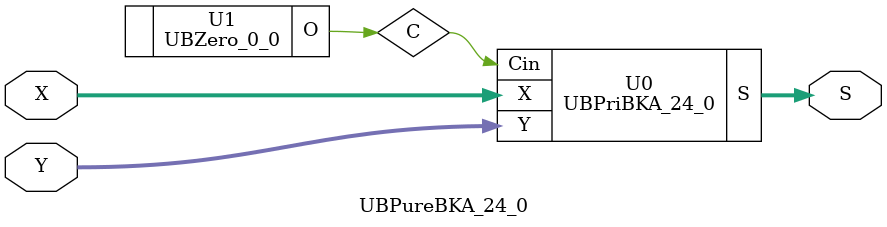
<source format=v>
/*----------------------------------------------------------------------------
  Copyright (c) 2021 Homma laboratory. All rights reserved.

  Top module: UBBKA_24_0_24_0

  Operand-1 length: 25
  Operand-2 length: 25
  Two-operand addition algorithm: Brent-Kung adder
----------------------------------------------------------------------------*/

module GPGenerator(Go, Po, A, B);
  output Go;
  output Po;
  input A;
  input B;
  assign Go = A & B;
  assign Po = A ^ B;
endmodule

module CarryOperator(Go, Po, Gi1, Pi1, Gi2, Pi2);
  output Go;
  output Po;
  input Gi1;
  input Gi2;
  input Pi1;
  input Pi2;
  assign Go = Gi1 | ( Gi2 & Pi1 );
  assign Po = Pi1 & Pi2;
endmodule

module UBPriBKA_24_0(S, X, Y, Cin);
  output [25:0] S;
  input Cin;
  input [24:0] X;
  input [24:0] Y;
  wire [24:0] G0;
  wire [24:0] G1;
  wire [24:0] G2;
  wire [24:0] G3;
  wire [24:0] G4;
  wire [24:0] G5;
  wire [24:0] G6;
  wire [24:0] G7;
  wire [24:0] G8;
  wire [24:0] P0;
  wire [24:0] P1;
  wire [24:0] P2;
  wire [24:0] P3;
  wire [24:0] P4;
  wire [24:0] P5;
  wire [24:0] P6;
  wire [24:0] P7;
  wire [24:0] P8;
  assign P1[0] = P0[0];
  assign G1[0] = G0[0];
  assign P1[2] = P0[2];
  assign G1[2] = G0[2];
  assign P1[4] = P0[4];
  assign G1[4] = G0[4];
  assign P1[6] = P0[6];
  assign G1[6] = G0[6];
  assign P1[8] = P0[8];
  assign G1[8] = G0[8];
  assign P1[10] = P0[10];
  assign G1[10] = G0[10];
  assign P1[12] = P0[12];
  assign G1[12] = G0[12];
  assign P1[14] = P0[14];
  assign G1[14] = G0[14];
  assign P1[16] = P0[16];
  assign G1[16] = G0[16];
  assign P1[18] = P0[18];
  assign G1[18] = G0[18];
  assign P1[20] = P0[20];
  assign G1[20] = G0[20];
  assign P1[22] = P0[22];
  assign G1[22] = G0[22];
  assign P1[24] = P0[24];
  assign G1[24] = G0[24];
  assign P2[0] = P1[0];
  assign G2[0] = G1[0];
  assign P2[1] = P1[1];
  assign G2[1] = G1[1];
  assign P2[2] = P1[2];
  assign G2[2] = G1[2];
  assign P2[4] = P1[4];
  assign G2[4] = G1[4];
  assign P2[5] = P1[5];
  assign G2[5] = G1[5];
  assign P2[6] = P1[6];
  assign G2[6] = G1[6];
  assign P2[8] = P1[8];
  assign G2[8] = G1[8];
  assign P2[9] = P1[9];
  assign G2[9] = G1[9];
  assign P2[10] = P1[10];
  assign G2[10] = G1[10];
  assign P2[12] = P1[12];
  assign G2[12] = G1[12];
  assign P2[13] = P1[13];
  assign G2[13] = G1[13];
  assign P2[14] = P1[14];
  assign G2[14] = G1[14];
  assign P2[16] = P1[16];
  assign G2[16] = G1[16];
  assign P2[17] = P1[17];
  assign G2[17] = G1[17];
  assign P2[18] = P1[18];
  assign G2[18] = G1[18];
  assign P2[20] = P1[20];
  assign G2[20] = G1[20];
  assign P2[21] = P1[21];
  assign G2[21] = G1[21];
  assign P2[22] = P1[22];
  assign G2[22] = G1[22];
  assign P2[24] = P1[24];
  assign G2[24] = G1[24];
  assign P3[0] = P2[0];
  assign G3[0] = G2[0];
  assign P3[1] = P2[1];
  assign G3[1] = G2[1];
  assign P3[2] = P2[2];
  assign G3[2] = G2[2];
  assign P3[3] = P2[3];
  assign G3[3] = G2[3];
  assign P3[4] = P2[4];
  assign G3[4] = G2[4];
  assign P3[5] = P2[5];
  assign G3[5] = G2[5];
  assign P3[6] = P2[6];
  assign G3[6] = G2[6];
  assign P3[8] = P2[8];
  assign G3[8] = G2[8];
  assign P3[9] = P2[9];
  assign G3[9] = G2[9];
  assign P3[10] = P2[10];
  assign G3[10] = G2[10];
  assign P3[11] = P2[11];
  assign G3[11] = G2[11];
  assign P3[12] = P2[12];
  assign G3[12] = G2[12];
  assign P3[13] = P2[13];
  assign G3[13] = G2[13];
  assign P3[14] = P2[14];
  assign G3[14] = G2[14];
  assign P3[16] = P2[16];
  assign G3[16] = G2[16];
  assign P3[17] = P2[17];
  assign G3[17] = G2[17];
  assign P3[18] = P2[18];
  assign G3[18] = G2[18];
  assign P3[19] = P2[19];
  assign G3[19] = G2[19];
  assign P3[20] = P2[20];
  assign G3[20] = G2[20];
  assign P3[21] = P2[21];
  assign G3[21] = G2[21];
  assign P3[22] = P2[22];
  assign G3[22] = G2[22];
  assign P3[24] = P2[24];
  assign G3[24] = G2[24];
  assign P4[0] = P3[0];
  assign G4[0] = G3[0];
  assign P4[1] = P3[1];
  assign G4[1] = G3[1];
  assign P4[2] = P3[2];
  assign G4[2] = G3[2];
  assign P4[3] = P3[3];
  assign G4[3] = G3[3];
  assign P4[4] = P3[4];
  assign G4[4] = G3[4];
  assign P4[5] = P3[5];
  assign G4[5] = G3[5];
  assign P4[6] = P3[6];
  assign G4[6] = G3[6];
  assign P4[7] = P3[7];
  assign G4[7] = G3[7];
  assign P4[8] = P3[8];
  assign G4[8] = G3[8];
  assign P4[9] = P3[9];
  assign G4[9] = G3[9];
  assign P4[10] = P3[10];
  assign G4[10] = G3[10];
  assign P4[11] = P3[11];
  assign G4[11] = G3[11];
  assign P4[12] = P3[12];
  assign G4[12] = G3[12];
  assign P4[13] = P3[13];
  assign G4[13] = G3[13];
  assign P4[14] = P3[14];
  assign G4[14] = G3[14];
  assign P4[16] = P3[16];
  assign G4[16] = G3[16];
  assign P4[17] = P3[17];
  assign G4[17] = G3[17];
  assign P4[18] = P3[18];
  assign G4[18] = G3[18];
  assign P4[19] = P3[19];
  assign G4[19] = G3[19];
  assign P4[20] = P3[20];
  assign G4[20] = G3[20];
  assign P4[21] = P3[21];
  assign G4[21] = G3[21];
  assign P4[22] = P3[22];
  assign G4[22] = G3[22];
  assign P4[23] = P3[23];
  assign G4[23] = G3[23];
  assign P4[24] = P3[24];
  assign G4[24] = G3[24];
  assign P5[0] = P4[0];
  assign G5[0] = G4[0];
  assign P5[1] = P4[1];
  assign G5[1] = G4[1];
  assign P5[2] = P4[2];
  assign G5[2] = G4[2];
  assign P5[3] = P4[3];
  assign G5[3] = G4[3];
  assign P5[4] = P4[4];
  assign G5[4] = G4[4];
  assign P5[5] = P4[5];
  assign G5[5] = G4[5];
  assign P5[6] = P4[6];
  assign G5[6] = G4[6];
  assign P5[7] = P4[7];
  assign G5[7] = G4[7];
  assign P5[8] = P4[8];
  assign G5[8] = G4[8];
  assign P5[9] = P4[9];
  assign G5[9] = G4[9];
  assign P5[10] = P4[10];
  assign G5[10] = G4[10];
  assign P5[11] = P4[11];
  assign G5[11] = G4[11];
  assign P5[12] = P4[12];
  assign G5[12] = G4[12];
  assign P5[13] = P4[13];
  assign G5[13] = G4[13];
  assign P5[14] = P4[14];
  assign G5[14] = G4[14];
  assign P5[15] = P4[15];
  assign G5[15] = G4[15];
  assign P5[16] = P4[16];
  assign G5[16] = G4[16];
  assign P5[17] = P4[17];
  assign G5[17] = G4[17];
  assign P5[18] = P4[18];
  assign G5[18] = G4[18];
  assign P5[19] = P4[19];
  assign G5[19] = G4[19];
  assign P5[20] = P4[20];
  assign G5[20] = G4[20];
  assign P5[21] = P4[21];
  assign G5[21] = G4[21];
  assign P5[22] = P4[22];
  assign G5[22] = G4[22];
  assign P5[24] = P4[24];
  assign G5[24] = G4[24];
  assign P6[0] = P5[0];
  assign G6[0] = G5[0];
  assign P6[1] = P5[1];
  assign G6[1] = G5[1];
  assign P6[2] = P5[2];
  assign G6[2] = G5[2];
  assign P6[3] = P5[3];
  assign G6[3] = G5[3];
  assign P6[4] = P5[4];
  assign G6[4] = G5[4];
  assign P6[5] = P5[5];
  assign G6[5] = G5[5];
  assign P6[6] = P5[6];
  assign G6[6] = G5[6];
  assign P6[7] = P5[7];
  assign G6[7] = G5[7];
  assign P6[8] = P5[8];
  assign G6[8] = G5[8];
  assign P6[9] = P5[9];
  assign G6[9] = G5[9];
  assign P6[10] = P5[10];
  assign G6[10] = G5[10];
  assign P6[12] = P5[12];
  assign G6[12] = G5[12];
  assign P6[13] = P5[13];
  assign G6[13] = G5[13];
  assign P6[14] = P5[14];
  assign G6[14] = G5[14];
  assign P6[15] = P5[15];
  assign G6[15] = G5[15];
  assign P6[16] = P5[16];
  assign G6[16] = G5[16];
  assign P6[17] = P5[17];
  assign G6[17] = G5[17];
  assign P6[18] = P5[18];
  assign G6[18] = G5[18];
  assign P6[20] = P5[20];
  assign G6[20] = G5[20];
  assign P6[21] = P5[21];
  assign G6[21] = G5[21];
  assign P6[22] = P5[22];
  assign G6[22] = G5[22];
  assign P6[23] = P5[23];
  assign G6[23] = G5[23];
  assign P6[24] = P5[24];
  assign G6[24] = G5[24];
  assign P7[0] = P6[0];
  assign G7[0] = G6[0];
  assign P7[1] = P6[1];
  assign G7[1] = G6[1];
  assign P7[2] = P6[2];
  assign G7[2] = G6[2];
  assign P7[3] = P6[3];
  assign G7[3] = G6[3];
  assign P7[4] = P6[4];
  assign G7[4] = G6[4];
  assign P7[6] = P6[6];
  assign G7[6] = G6[6];
  assign P7[7] = P6[7];
  assign G7[7] = G6[7];
  assign P7[8] = P6[8];
  assign G7[8] = G6[8];
  assign P7[10] = P6[10];
  assign G7[10] = G6[10];
  assign P7[11] = P6[11];
  assign G7[11] = G6[11];
  assign P7[12] = P6[12];
  assign G7[12] = G6[12];
  assign P7[14] = P6[14];
  assign G7[14] = G6[14];
  assign P7[15] = P6[15];
  assign G7[15] = G6[15];
  assign P7[16] = P6[16];
  assign G7[16] = G6[16];
  assign P7[18] = P6[18];
  assign G7[18] = G6[18];
  assign P7[19] = P6[19];
  assign G7[19] = G6[19];
  assign P7[20] = P6[20];
  assign G7[20] = G6[20];
  assign P7[22] = P6[22];
  assign G7[22] = G6[22];
  assign P7[23] = P6[23];
  assign G7[23] = G6[23];
  assign P7[24] = P6[24];
  assign G7[24] = G6[24];
  assign P8[0] = P7[0];
  assign G8[0] = G7[0];
  assign P8[1] = P7[1];
  assign G8[1] = G7[1];
  assign P8[3] = P7[3];
  assign G8[3] = G7[3];
  assign P8[5] = P7[5];
  assign G8[5] = G7[5];
  assign P8[7] = P7[7];
  assign G8[7] = G7[7];
  assign P8[9] = P7[9];
  assign G8[9] = G7[9];
  assign P8[11] = P7[11];
  assign G8[11] = G7[11];
  assign P8[13] = P7[13];
  assign G8[13] = G7[13];
  assign P8[15] = P7[15];
  assign G8[15] = G7[15];
  assign P8[17] = P7[17];
  assign G8[17] = G7[17];
  assign P8[19] = P7[19];
  assign G8[19] = G7[19];
  assign P8[21] = P7[21];
  assign G8[21] = G7[21];
  assign P8[23] = P7[23];
  assign G8[23] = G7[23];
  assign S[0] = Cin ^ P0[0];
  assign S[1] = ( G8[0] | ( P8[0] & Cin ) ) ^ P0[1];
  assign S[2] = ( G8[1] | ( P8[1] & Cin ) ) ^ P0[2];
  assign S[3] = ( G8[2] | ( P8[2] & Cin ) ) ^ P0[3];
  assign S[4] = ( G8[3] | ( P8[3] & Cin ) ) ^ P0[4];
  assign S[5] = ( G8[4] | ( P8[4] & Cin ) ) ^ P0[5];
  assign S[6] = ( G8[5] | ( P8[5] & Cin ) ) ^ P0[6];
  assign S[7] = ( G8[6] | ( P8[6] & Cin ) ) ^ P0[7];
  assign S[8] = ( G8[7] | ( P8[7] & Cin ) ) ^ P0[8];
  assign S[9] = ( G8[8] | ( P8[8] & Cin ) ) ^ P0[9];
  assign S[10] = ( G8[9] | ( P8[9] & Cin ) ) ^ P0[10];
  assign S[11] = ( G8[10] | ( P8[10] & Cin ) ) ^ P0[11];
  assign S[12] = ( G8[11] | ( P8[11] & Cin ) ) ^ P0[12];
  assign S[13] = ( G8[12] | ( P8[12] & Cin ) ) ^ P0[13];
  assign S[14] = ( G8[13] | ( P8[13] & Cin ) ) ^ P0[14];
  assign S[15] = ( G8[14] | ( P8[14] & Cin ) ) ^ P0[15];
  assign S[16] = ( G8[15] | ( P8[15] & Cin ) ) ^ P0[16];
  assign S[17] = ( G8[16] | ( P8[16] & Cin ) ) ^ P0[17];
  assign S[18] = ( G8[17] | ( P8[17] & Cin ) ) ^ P0[18];
  assign S[19] = ( G8[18] | ( P8[18] & Cin ) ) ^ P0[19];
  assign S[20] = ( G8[19] | ( P8[19] & Cin ) ) ^ P0[20];
  assign S[21] = ( G8[20] | ( P8[20] & Cin ) ) ^ P0[21];
  assign S[22] = ( G8[21] | ( P8[21] & Cin ) ) ^ P0[22];
  assign S[23] = ( G8[22] | ( P8[22] & Cin ) ) ^ P0[23];
  assign S[24] = ( G8[23] | ( P8[23] & Cin ) ) ^ P0[24];
  assign S[25] = G8[24] | ( P8[24] & Cin );
  GPGenerator U0 (G0[0], P0[0], X[0], Y[0]);
  GPGenerator U1 (G0[1], P0[1], X[1], Y[1]);
  GPGenerator U2 (G0[2], P0[2], X[2], Y[2]);
  GPGenerator U3 (G0[3], P0[3], X[3], Y[3]);
  GPGenerator U4 (G0[4], P0[4], X[4], Y[4]);
  GPGenerator U5 (G0[5], P0[5], X[5], Y[5]);
  GPGenerator U6 (G0[6], P0[6], X[6], Y[6]);
  GPGenerator U7 (G0[7], P0[7], X[7], Y[7]);
  GPGenerator U8 (G0[8], P0[8], X[8], Y[8]);
  GPGenerator U9 (G0[9], P0[9], X[9], Y[9]);
  GPGenerator U10 (G0[10], P0[10], X[10], Y[10]);
  GPGenerator U11 (G0[11], P0[11], X[11], Y[11]);
  GPGenerator U12 (G0[12], P0[12], X[12], Y[12]);
  GPGenerator U13 (G0[13], P0[13], X[13], Y[13]);
  GPGenerator U14 (G0[14], P0[14], X[14], Y[14]);
  GPGenerator U15 (G0[15], P0[15], X[15], Y[15]);
  GPGenerator U16 (G0[16], P0[16], X[16], Y[16]);
  GPGenerator U17 (G0[17], P0[17], X[17], Y[17]);
  GPGenerator U18 (G0[18], P0[18], X[18], Y[18]);
  GPGenerator U19 (G0[19], P0[19], X[19], Y[19]);
  GPGenerator U20 (G0[20], P0[20], X[20], Y[20]);
  GPGenerator U21 (G0[21], P0[21], X[21], Y[21]);
  GPGenerator U22 (G0[22], P0[22], X[22], Y[22]);
  GPGenerator U23 (G0[23], P0[23], X[23], Y[23]);
  GPGenerator U24 (G0[24], P0[24], X[24], Y[24]);
  CarryOperator U25 (G1[1], P1[1], G0[1], P0[1], G0[0], P0[0]);
  CarryOperator U26 (G1[3], P1[3], G0[3], P0[3], G0[2], P0[2]);
  CarryOperator U27 (G1[5], P1[5], G0[5], P0[5], G0[4], P0[4]);
  CarryOperator U28 (G1[7], P1[7], G0[7], P0[7], G0[6], P0[6]);
  CarryOperator U29 (G1[9], P1[9], G0[9], P0[9], G0[8], P0[8]);
  CarryOperator U30 (G1[11], P1[11], G0[11], P0[11], G0[10], P0[10]);
  CarryOperator U31 (G1[13], P1[13], G0[13], P0[13], G0[12], P0[12]);
  CarryOperator U32 (G1[15], P1[15], G0[15], P0[15], G0[14], P0[14]);
  CarryOperator U33 (G1[17], P1[17], G0[17], P0[17], G0[16], P0[16]);
  CarryOperator U34 (G1[19], P1[19], G0[19], P0[19], G0[18], P0[18]);
  CarryOperator U35 (G1[21], P1[21], G0[21], P0[21], G0[20], P0[20]);
  CarryOperator U36 (G1[23], P1[23], G0[23], P0[23], G0[22], P0[22]);
  CarryOperator U37 (G2[3], P2[3], G1[3], P1[3], G1[1], P1[1]);
  CarryOperator U38 (G2[7], P2[7], G1[7], P1[7], G1[5], P1[5]);
  CarryOperator U39 (G2[11], P2[11], G1[11], P1[11], G1[9], P1[9]);
  CarryOperator U40 (G2[15], P2[15], G1[15], P1[15], G1[13], P1[13]);
  CarryOperator U41 (G2[19], P2[19], G1[19], P1[19], G1[17], P1[17]);
  CarryOperator U42 (G2[23], P2[23], G1[23], P1[23], G1[21], P1[21]);
  CarryOperator U43 (G3[7], P3[7], G2[7], P2[7], G2[3], P2[3]);
  CarryOperator U44 (G3[15], P3[15], G2[15], P2[15], G2[11], P2[11]);
  CarryOperator U45 (G3[23], P3[23], G2[23], P2[23], G2[19], P2[19]);
  CarryOperator U46 (G4[15], P4[15], G3[15], P3[15], G3[7], P3[7]);
  CarryOperator U47 (G5[23], P5[23], G4[23], P4[23], G4[15], P4[15]);
  CarryOperator U48 (G6[11], P6[11], G5[11], P5[11], G5[7], P5[7]);
  CarryOperator U49 (G6[19], P6[19], G5[19], P5[19], G5[15], P5[15]);
  CarryOperator U50 (G7[5], P7[5], G6[5], P6[5], G6[3], P6[3]);
  CarryOperator U51 (G7[9], P7[9], G6[9], P6[9], G6[7], P6[7]);
  CarryOperator U52 (G7[13], P7[13], G6[13], P6[13], G6[11], P6[11]);
  CarryOperator U53 (G7[17], P7[17], G6[17], P6[17], G6[15], P6[15]);
  CarryOperator U54 (G7[21], P7[21], G6[21], P6[21], G6[19], P6[19]);
  CarryOperator U55 (G8[2], P8[2], G7[2], P7[2], G7[1], P7[1]);
  CarryOperator U56 (G8[4], P8[4], G7[4], P7[4], G7[3], P7[3]);
  CarryOperator U57 (G8[6], P8[6], G7[6], P7[6], G7[5], P7[5]);
  CarryOperator U58 (G8[8], P8[8], G7[8], P7[8], G7[7], P7[7]);
  CarryOperator U59 (G8[10], P8[10], G7[10], P7[10], G7[9], P7[9]);
  CarryOperator U60 (G8[12], P8[12], G7[12], P7[12], G7[11], P7[11]);
  CarryOperator U61 (G8[14], P8[14], G7[14], P7[14], G7[13], P7[13]);
  CarryOperator U62 (G8[16], P8[16], G7[16], P7[16], G7[15], P7[15]);
  CarryOperator U63 (G8[18], P8[18], G7[18], P7[18], G7[17], P7[17]);
  CarryOperator U64 (G8[20], P8[20], G7[20], P7[20], G7[19], P7[19]);
  CarryOperator U65 (G8[22], P8[22], G7[22], P7[22], G7[21], P7[21]);
  CarryOperator U66 (G8[24], P8[24], G7[24], P7[24], G7[23], P7[23]);
endmodule

module UBZero_0_0(O);
  output [0:0] O;
  assign O[0] = 0;
endmodule

module UBBKA_24_0_24_0 (S, X, Y);
  output [25:0] S;
  input [24:0] X;
  input [24:0] Y;
  UBPureBKA_24_0 U0 (S[25:0], X[24:0], Y[24:0]);
endmodule

module UBPureBKA_24_0 (S, X, Y);
  output [25:0] S;
  input [24:0] X;
  input [24:0] Y;
  wire C;
  UBPriBKA_24_0 U0 (S, X, Y, C);
  UBZero_0_0 U1 (C);
endmodule


</source>
